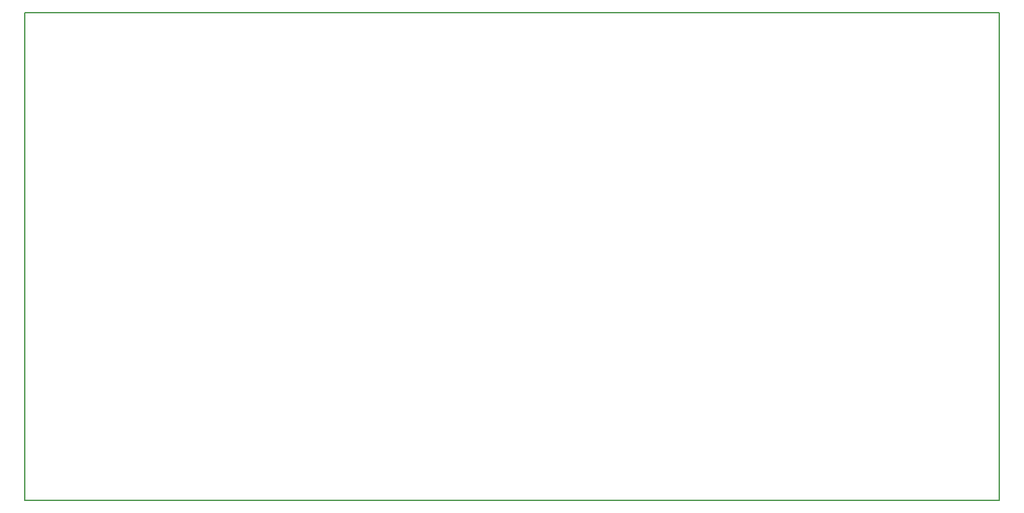
<source format=gbr>
G04 #@! TF.FileFunction,Profile,NP*
%FSLAX46Y46*%
G04 Gerber Fmt 4.6, Leading zero omitted, Abs format (unit mm)*
G04 Created by KiCad (PCBNEW 4.0.7) date 04/30/18 00:58:59*
%MOMM*%
%LPD*%
G01*
G04 APERTURE LIST*
%ADD10C,0.100000*%
%ADD11C,0.150000*%
G04 APERTURE END LIST*
D10*
D11*
X48300000Y-168000000D02*
X178300000Y-168000000D01*
X178300000Y-102800000D02*
X48300000Y-102800000D01*
X178300000Y-102800000D02*
X178300000Y-168000000D01*
X48300000Y-102800000D02*
X48300000Y-168000000D01*
M02*

</source>
